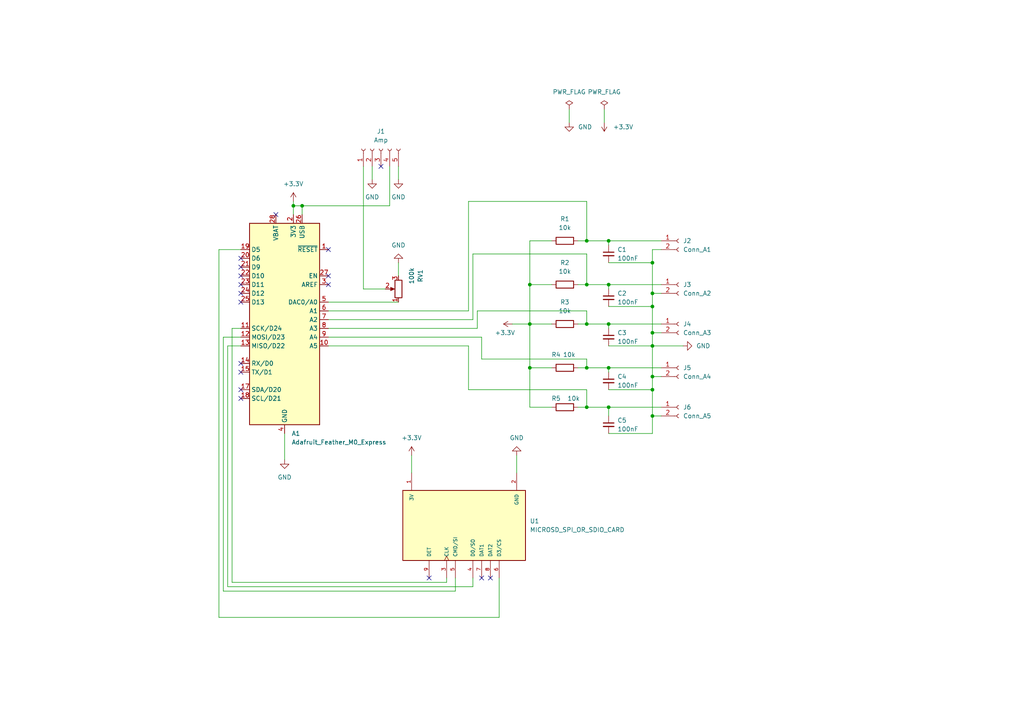
<source format=kicad_sch>
(kicad_sch (version 20211123) (generator eeschema)
  (paper "A4")
  (lib_symbols
    (symbol "Connector:Conn_01x02_Female" (pin_names (offset 1.016) hide)
      (property "Reference" "J" (at 0 2.54 0))
      (property "Value" "Conn_01x02_Female" (at 0 -5.08 0))
      (symbol "Conn_01x02_Female_1_1"
        (arc (start 0 -2.032) (mid -0.508 -2.54) (end 0 -3.048) (stroke (width 0.1524)))
        (polyline (pts (xy -1.27 -2.54) (xy -0.508 -2.54)) (stroke (width 0.1524)))
        (polyline (pts (xy -1.27 0) (xy -0.508 0)) (stroke (width 0.1524)))
        (arc (start 0 0.508) (mid -0.508 0) (end 0 -0.508) (stroke (width 0.1524)))
        (pin passive line (at -5.08 0 0) (length 3.81) (name "Pin_1") (number "1"))
        (pin passive line (at -5.08 -2.54 0) (length 3.81) (name "Pin_2") (number "2"))
      )
    )
    (symbol "Connector:Conn_01x05_Female" (pin_names (offset 1.016) hide)
      (property "Reference" "J" (at 0 7.62 0))
      (property "Value" "Conn_01x05_Female" (at 0 -7.62 0))
      (symbol "Conn_01x05_Female_1_1"
        (arc (start 0 -4.572) (mid -0.508 -5.08) (end 0 -5.588) (stroke (width 0.1524)))
        (arc (start 0 -2.032) (mid -0.508 -2.54) (end 0 -3.048) (stroke (width 0.1524)))
        (polyline (pts (xy -1.27 -5.08) (xy -0.508 -5.08)) (stroke (width 0.1524)))
        (polyline (pts (xy -1.27 -2.54) (xy -0.508 -2.54)) (stroke (width 0.1524)))
        (polyline (pts (xy -1.27 0) (xy -0.508 0)) (stroke (width 0.1524)))
        (polyline (pts (xy -1.27 2.54) (xy -0.508 2.54)) (stroke (width 0.1524)))
        (polyline (pts (xy -1.27 5.08) (xy -0.508 5.08)) (stroke (width 0.1524)))
        (arc (start 0 0.508) (mid -0.508 0) (end 0 -0.508) (stroke (width 0.1524)))
        (arc (start 0 3.048) (mid -0.508 2.54) (end 0 2.032) (stroke (width 0.1524)))
        (arc (start 0 5.588) (mid -0.508 5.08) (end 0 4.572) (stroke (width 0.1524)))
        (pin passive line (at -5.08 5.08 0) (length 3.81) (name "Pin_1") (number "1"))
        (pin passive line (at -5.08 2.54 0) (length 3.81) (name "Pin_2") (number "2"))
        (pin passive line (at -5.08 0 0) (length 3.81) (name "Pin_3") (number "3"))
        (pin passive line (at -5.08 -2.54 0) (length 3.81) (name "Pin_4") (number "4"))
        (pin passive line (at -5.08 -5.08 0) (length 3.81) (name "Pin_5") (number "5"))
      )
    )
    (symbol "Device:C_Small" (pin_numbers hide) (pin_names (offset 0.254) hide)
      (property "Reference" "C" (at 0.254 1.778 0))
      (property "Value" "C_Small" (at 0.254 -2.032 0))
      (symbol "C_Small_0_1"
        (polyline (pts (xy -1.524 -0.508) (xy 1.524 -0.508)) (stroke (width 0.3302)))
        (polyline (pts (xy -1.524 0.508) (xy 1.524 0.508)) (stroke (width 0.3048)))
      )
      (symbol "C_Small_1_1"
        (pin passive line (at 0 2.54 270) (length 2.032) (name "~") (number "1"))
        (pin passive line (at 0 -2.54 90) (length 2.032) (name "~") (number "2"))
      )
    )
    (symbol "Device:R" (pin_numbers hide) (pin_names (offset 0))
      (property "Reference" "R" (at 2.032 0 90))
      (property "Value" "R" (at 0 0 90))
      (symbol "R_0_1"
        (rectangle (start -1.016 -2.54) (end 1.016 2.54) (stroke (width 0.254)))
      )
      (symbol "R_1_1"
        (pin passive line (at 0 3.81 270) (length 1.27) (name "~") (number "1"))
        (pin passive line (at 0 -3.81 90) (length 1.27) (name "~") (number "2"))
      )
    )
    (symbol "Device:R_Potentiometer" (pin_names (offset 1.016) hide)
      (property "Reference" "RV" (at -4.445 0 90))
      (property "Value" "R_Potentiometer" (at -2.54 0 90))
      (symbol "R_Potentiometer_0_1"
        (polyline (pts (xy 2.54 0) (xy 1.524 0)))
        (polyline (pts (xy 1.143 0) (xy 2.286 0.508) (xy 2.286 -0.508) (xy 1.143 0)) (fill (type outline)))
        (rectangle (start 1.016 2.54) (end -1.016 -2.54) (stroke (width 0.254)))
      )
      (symbol "R_Potentiometer_1_1"
        (pin passive line (at 0 3.81 270) (length 1.27) (name "1") (number "1"))
        (pin passive line (at 3.81 0 180) (length 1.27) (name "2") (number "2"))
        (pin passive line (at 0 -3.81 90) (length 1.27) (name "3") (number "3"))
      )
    )
    (symbol "MCU_Module:Adafruit_Feather_M0_Express"
      (property "Reference" "A" (at -10.16 29.21 0))
      (property "Value" "Adafruit_Feather_M0_Express" (at 2.54 -31.75 0))
      (symbol "Adafruit_Feather_M0_Express_0_1"
        (rectangle (start -10.16 27.94) (end 10.16 -30.48) (stroke (width 0.254)) (fill (type background)))
      )
      (symbol "Adafruit_Feather_M0_Express_1_1"
        (pin input line (at 12.7 20.32 180) (length 2.54) (name "~{RESET}") (number "1"))
        (pin bidirectional line (at 12.7 -7.62 180) (length 2.54) (name "A5") (number "10"))
        (pin bidirectional line (at -12.7 -2.54 0) (length 2.54) (name "SCK/D24") (number "11"))
        (pin bidirectional line (at -12.7 -5.08 0) (length 2.54) (name "MOSI/D23") (number "12"))
        (pin bidirectional line (at -12.7 -7.62 0) (length 2.54) (name "MISO/D22") (number "13"))
        (pin bidirectional line (at -12.7 -12.7 0) (length 2.54) (name "RX/D0") (number "14"))
        (pin bidirectional line (at -12.7 -15.24 0) (length 2.54) (name "TX/D1") (number "15"))
        (pin passive line (at 0 -33.02 90) (length 2.54) hide (name "GND") (number "16"))
        (pin bidirectional line (at -12.7 -20.32 0) (length 2.54) (name "SDA/D20") (number "17"))
        (pin bidirectional line (at -12.7 -22.86 0) (length 2.54) (name "SCL/D21") (number "18"))
        (pin bidirectional line (at -12.7 20.32 0) (length 2.54) (name "D5") (number "19"))
        (pin power_in line (at 2.54 30.48 270) (length 2.54) (name "3V3") (number "2"))
        (pin bidirectional line (at -12.7 17.78 0) (length 2.54) (name "D6") (number "20"))
        (pin bidirectional line (at -12.7 15.24 0) (length 2.54) (name "D9") (number "21"))
        (pin bidirectional line (at -12.7 12.7 0) (length 2.54) (name "D10") (number "22"))
        (pin bidirectional line (at -12.7 10.16 0) (length 2.54) (name "D11") (number "23"))
        (pin bidirectional line (at -12.7 7.62 0) (length 2.54) (name "D12") (number "24"))
        (pin bidirectional line (at -12.7 5.08 0) (length 2.54) (name "D13") (number "25"))
        (pin power_in line (at 5.08 30.48 270) (length 2.54) (name "USB") (number "26"))
        (pin input line (at 12.7 12.7 180) (length 2.54) (name "EN") (number "27"))
        (pin power_in line (at -2.54 30.48 270) (length 2.54) (name "VBAT") (number "28"))
        (pin input line (at 12.7 10.16 180) (length 2.54) (name "AREF") (number "3"))
        (pin power_in line (at 0 -33.02 90) (length 2.54) (name "GND") (number "4"))
        (pin bidirectional line (at 12.7 5.08 180) (length 2.54) (name "DAC0/A0") (number "5"))
        (pin bidirectional line (at 12.7 2.54 180) (length 2.54) (name "A1") (number "6"))
        (pin bidirectional line (at 12.7 0 180) (length 2.54) (name "A2") (number "7"))
        (pin bidirectional line (at 12.7 -2.54 180) (length 2.54) (name "A3") (number "8"))
        (pin bidirectional line (at 12.7 -5.08 180) (length 2.54) (name "A4") (number "9"))
      )
    )
    (symbol "MICROSD_SPI_OR_SDIO_CARD:MICROSD_SPI_OR_SDIO_CARD" (pin_names (offset 1.016))
      (property "Reference" "U" (at -10.16 18.542 0))
      (property "Value" "MICROSD_SPI_OR_SDIO_CARD" (at -10.16 -20.32 0))
      (symbol "MICROSD_SPI_OR_SDIO_CARD_0_0"
        (rectangle (start -10.16 -17.78) (end 10.16 17.78) (stroke (width 0.254)) (fill (type background)))
        (pin power_in line (at 15.24 15.24 180) (length 5.08) (name "3V") (number "1"))
        (pin power_in line (at 15.24 -15.24 180) (length 5.08) (name "GND") (number "2"))
        (pin input clock (at -15.24 5.08 0) (length 5.08) (name "CLK") (number "3"))
        (pin bidirectional line (at -15.24 -2.54 0) (length 5.08) (name "D0/SO") (number "4"))
        (pin bidirectional line (at -15.24 2.54 0) (length 5.08) (name "CMD/SI") (number "5"))
        (pin bidirectional line (at -15.24 -10.16 0) (length 5.08) (name "D3/CS") (number "6"))
        (pin bidirectional line (at -15.24 -5.08 0) (length 5.08) (name "DAT1") (number "7"))
        (pin bidirectional line (at -15.24 -7.62 0) (length 5.08) (name "DAT2") (number "8"))
        (pin input line (at -15.24 10.16 0) (length 5.08) (name "DET") (number "9"))
      )
    )
    (symbol "power:+3.3V" (power) (pin_names (offset 0))
      (property "Value" "+3.3V" (at 0 3.556 0))
      (symbol "+3.3V_0_1"
        (polyline (pts (xy -0.762 1.27) (xy 0 2.54)))
        (polyline (pts (xy 0 0) (xy 0 2.54)))
        (polyline (pts (xy 0 2.54) (xy 0.762 1.27)))
      )
      (symbol "+3.3V_1_1"
        (pin power_in line (at 0 0 90) (length 0) hide (name "+3.3V") (number "1"))
      )
    )
    (symbol "power:GND" (power) (pin_names (offset 0))
      (property "Value" "GND" (at 0 -3.81 0))
      (symbol "GND_0_1"
        (polyline (pts (xy 0 0) (xy 0 -1.27) (xy 1.27 -1.27) (xy 0 -2.54) (xy -1.27 -1.27) (xy 0 -1.27)))
      )
      (symbol "GND_1_1"
        (pin power_in line (at 0 0 270) (length 0) hide (name "GND") (number "1"))
      )
    )
    (symbol "power:PWR_FLAG" (power) (pin_numbers hide) (pin_names (offset 0) hide)
      (property "Value" "PWR_FLAG" (at 0 3.81 0))
      (symbol "PWR_FLAG_0_0"
        (pin power_out line (at 0 0 90) (length 0) (name "pwr") (number "1"))
      )
      (symbol "PWR_FLAG_0_1"
        (polyline (pts (xy 0 0) (xy 0 1.27) (xy -1.016 1.905) (xy 0 2.54) (xy 1.016 1.905) (xy 0 1.27)))
      )
    )
  )
  (junction (at 153.67 106.68))
  (junction (at 176.53 106.68))
  (junction (at 176.53 118.11))
  (junction (at 189.23 85.09))
  (junction (at 189.23 76.2))
  (junction (at 189.23 113.03))
  (junction (at 189.23 109.22))
  (junction (at 176.53 93.98))
  (junction (at 176.53 69.85))
  (junction (at 170.18 118.11))
  (junction (at 170.18 82.55))
  (junction (at 189.23 120.65))
  (junction (at 85.09 59.69))
  (junction (at 170.18 106.68))
  (junction (at 170.18 69.85))
  (junction (at 153.67 93.98))
  (junction (at 189.23 88.9))
  (junction (at 189.23 96.52))
  (junction (at 170.18 93.98))
  (junction (at 153.67 82.55))
  (junction (at 189.23 100.33))
  (junction (at 87.63 59.69))
  (junction (at 176.53 82.55))
  (no_connect (at 139.7 167.64))
  (no_connect (at 69.85 82.55))
  (no_connect (at 110.49 48.26))
  (no_connect (at 69.85 105.41))
  (no_connect (at 95.25 72.39))
  (no_connect (at 69.85 77.47))
  (no_connect (at 142.24 167.64))
  (no_connect (at 69.85 107.95))
  (no_connect (at 95.25 82.55))
  (no_connect (at 69.85 85.09))
  (no_connect (at 124.46 167.64))
  (no_connect (at 80.01 62.23))
  (no_connect (at 69.85 115.57))
  (no_connect (at 69.85 80.01))
  (no_connect (at 69.85 74.93))
  (no_connect (at 69.85 113.03))
  (no_connect (at 95.25 80.01))
  (no_connect (at 69.85 87.63))
  (wire (pts (xy 63.5 72.39) (xy 63.5 179.07)))
  (wire (pts (xy 69.85 95.25) (xy 67.31 95.25)))
  (wire (pts (xy 189.23 88.9) (xy 189.23 96.52)))
  (wire (pts (xy 119.38 132.08) (xy 119.38 137.16)))
  (wire (pts (xy 115.57 76.2) (xy 115.57 80.01)))
  (wire (pts (xy 189.23 96.52) (xy 191.77 96.52)))
  (wire (pts (xy 176.53 118.11) (xy 191.77 118.11)))
  (wire (pts (xy 153.67 82.55) (xy 160.02 82.55)))
  (wire (pts (xy 176.53 93.98) (xy 191.77 93.98)))
  (wire (pts (xy 153.67 82.55) (xy 153.67 93.98)))
  (wire (pts (xy 153.67 118.11) (xy 153.67 106.68)))
  (wire (pts (xy 64.77 171.45) (xy 64.77 97.79)))
  (wire (pts (xy 167.64 69.85) (xy 170.18 69.85)))
  (wire (pts (xy 176.53 82.55) (xy 176.53 83.82)))
  (wire (pts (xy 170.18 93.98) (xy 176.53 93.98)))
  (wire (pts (xy 138.43 95.25) (xy 95.25 95.25)))
  (wire (pts (xy 176.53 125.73) (xy 189.23 125.73)))
  (wire (pts (xy 129.54 168.91) (xy 129.54 167.64)))
  (wire (pts (xy 176.53 69.85) (xy 191.77 69.85)))
  (wire (pts (xy 105.41 83.82) (xy 105.41 48.26)))
  (wire (pts (xy 132.08 167.64) (xy 132.08 171.45)))
  (wire (pts (xy 176.53 76.2) (xy 189.23 76.2)))
  (wire (pts (xy 69.85 72.39) (xy 63.5 72.39)))
  (wire (pts (xy 170.18 58.42) (xy 170.18 69.85)))
  (wire (pts (xy 153.67 93.98) (xy 160.02 93.98)))
  (wire (pts (xy 160.02 118.11) (xy 153.67 118.11)))
  (wire (pts (xy 170.18 69.85) (xy 176.53 69.85)))
  (wire (pts (xy 64.77 97.79) (xy 69.85 97.79)))
  (wire (pts (xy 176.53 93.98) (xy 176.53 95.25)))
  (wire (pts (xy 176.53 106.68) (xy 176.53 107.95)))
  (wire (pts (xy 170.18 82.55) (xy 176.53 82.55)))
  (wire (pts (xy 170.18 113.03) (xy 135.89 113.03)))
  (wire (pts (xy 167.64 93.98) (xy 170.18 93.98)))
  (wire (pts (xy 66.04 170.18) (xy 66.04 100.33)))
  (wire (pts (xy 138.43 90.17) (xy 138.43 95.25)))
  (wire (pts (xy 167.64 106.68) (xy 170.18 106.68)))
  (wire (pts (xy 170.18 118.11) (xy 170.18 113.03)))
  (wire (pts (xy 153.67 69.85) (xy 160.02 69.85)))
  (wire (pts (xy 189.23 85.09) (xy 189.23 88.9)))
  (wire (pts (xy 170.18 90.17) (xy 138.43 90.17)))
  (wire (pts (xy 170.18 104.14) (xy 139.7 104.14)))
  (wire (pts (xy 176.53 113.03) (xy 189.23 113.03)))
  (wire (pts (xy 170.18 118.11) (xy 176.53 118.11)))
  (wire (pts (xy 189.23 76.2) (xy 189.23 85.09)))
  (wire (pts (xy 189.23 100.33) (xy 198.12 100.33)))
  (wire (pts (xy 176.53 88.9) (xy 189.23 88.9)))
  (wire (pts (xy 132.08 171.45) (xy 64.77 171.45)))
  (wire (pts (xy 63.5 179.07) (xy 144.78 179.07)))
  (wire (pts (xy 135.89 90.17) (xy 135.89 58.42)))
  (wire (pts (xy 167.64 82.55) (xy 170.18 82.55)))
  (wire (pts (xy 189.23 109.22) (xy 191.77 109.22)))
  (wire (pts (xy 189.23 96.52) (xy 189.23 100.33)))
  (wire (pts (xy 95.25 87.63) (xy 115.57 87.63)))
  (wire (pts (xy 85.09 58.42) (xy 85.09 59.69)))
  (wire (pts (xy 189.23 109.22) (xy 189.23 113.03)))
  (wire (pts (xy 175.26 31.75) (xy 175.26 35.56)))
  (wire (pts (xy 170.18 73.66) (xy 137.16 73.66)))
  (wire (pts (xy 176.53 100.33) (xy 189.23 100.33)))
  (wire (pts (xy 115.57 48.26) (xy 115.57 52.07)))
  (wire (pts (xy 137.16 73.66) (xy 137.16 92.71)))
  (wire (pts (xy 67.31 168.91) (xy 129.54 168.91)))
  (wire (pts (xy 135.89 100.33) (xy 95.25 100.33)))
  (wire (pts (xy 165.1 31.75) (xy 165.1 35.56)))
  (wire (pts (xy 167.64 118.11) (xy 170.18 118.11)))
  (wire (pts (xy 189.23 85.09) (xy 191.77 85.09)))
  (wire (pts (xy 87.63 62.23) (xy 87.63 59.69)))
  (wire (pts (xy 189.23 120.65) (xy 191.77 120.65)))
  (wire (pts (xy 160.02 106.68) (xy 153.67 106.68)))
  (wire (pts (xy 189.23 72.39) (xy 189.23 76.2)))
  (wire (pts (xy 107.95 48.26) (xy 107.95 52.07)))
  (wire (pts (xy 66.04 100.33) (xy 69.85 100.33)))
  (wire (pts (xy 170.18 106.68) (xy 170.18 104.14)))
  (wire (pts (xy 170.18 106.68) (xy 176.53 106.68)))
  (wire (pts (xy 189.23 100.33) (xy 189.23 109.22)))
  (wire (pts (xy 144.78 167.64) (xy 144.78 179.07)))
  (wire (pts (xy 85.09 59.69) (xy 85.09 62.23)))
  (wire (pts (xy 189.23 113.03) (xy 189.23 120.65)))
  (wire (pts (xy 149.86 132.08) (xy 149.86 137.16)))
  (wire (pts (xy 137.16 170.18) (xy 66.04 170.18)))
  (wire (pts (xy 139.7 104.14) (xy 139.7 97.79)))
  (wire (pts (xy 170.18 93.98) (xy 170.18 90.17)))
  (wire (pts (xy 82.55 125.73) (xy 82.55 133.35)))
  (wire (pts (xy 176.53 69.85) (xy 176.53 71.12)))
  (wire (pts (xy 111.76 83.82) (xy 105.41 83.82)))
  (wire (pts (xy 176.53 106.68) (xy 191.77 106.68)))
  (wire (pts (xy 189.23 125.73) (xy 189.23 120.65)))
  (wire (pts (xy 137.16 92.71) (xy 95.25 92.71)))
  (wire (pts (xy 170.18 82.55) (xy 170.18 73.66)))
  (wire (pts (xy 176.53 82.55) (xy 191.77 82.55)))
  (wire (pts (xy 191.77 72.39) (xy 189.23 72.39)))
  (wire (pts (xy 137.16 167.64) (xy 137.16 170.18)))
  (wire (pts (xy 67.31 95.25) (xy 67.31 168.91)))
  (wire (pts (xy 87.63 59.69) (xy 113.03 59.69)))
  (wire (pts (xy 176.53 118.11) (xy 176.53 120.65)))
  (wire (pts (xy 85.09 59.69) (xy 87.63 59.69)))
  (wire (pts (xy 148.59 93.98) (xy 153.67 93.98)))
  (wire (pts (xy 139.7 97.79) (xy 95.25 97.79)))
  (wire (pts (xy 135.89 113.03) (xy 135.89 100.33)))
  (wire (pts (xy 95.25 90.17) (xy 135.89 90.17)))
  (wire (pts (xy 135.89 58.42) (xy 170.18 58.42)))
  (wire (pts (xy 153.67 69.85) (xy 153.67 82.55)))
  (wire (pts (xy 153.67 106.68) (xy 153.67 93.98)))
  (wire (pts (xy 113.03 48.26) (xy 113.03 59.69)))
  (symbol (lib_id "Connector:Conn_01x02_Female") (at 196.85 82.55 0) (unit 1)
    (property "Reference" "J3" (at 198.12 82.5499 0) (effects (justify left)))
    (property "Value" "Conn_A2" (at 198.12 85.0899 0) (effects (justify left)))
  )
  (symbol (lib_id "MCU_Module:Adafruit_Feather_M0_Express") (at 82.55 92.71 0) (unit 1)
    (property "Reference" "A1" (at 84.5694 125.73 0) (effects (justify left)))
    (property "Value" "Adafruit_Feather_M0_Express" (at 84.5694 128.27 0) (effects (justify left)))
    (property "Footprint" "Module:Adafruit_Feather" (effects hide))
    (property "Datasheet" "https://cdn-learn.adafruit.com/downloads/pdf/adafruit-feather-m0-express-designed-for-circuit-python-circuitpython.pdf" (effects hide))
  )
  (symbol (lib_id "power:GND") (at 107.95 52.07 0) (unit 1)
    (property "Reference" "#PWR03" (effects hide))
    (property "Value" "GND" (at 107.95 57.15 0))
  )
  (symbol (lib_id "Device:R_Potentiometer") (at 115.57 83.82 180) (unit 1)
    (property "Reference" "RV1" (at 121.92 80.01 90))
    (property "Value" "100k" (at 119.38 80.01 90))
  )
  (symbol (lib_id "power:GND") (at 149.86 132.08 180) (unit 1)
    (property "Reference" "#PWR09" (effects hide))
    (property "Value" "GND" (at 149.86 127 0))
  )
  (symbol (lib_id "Device:R") (at 163.83 82.55 90) (unit 1)
    (property "Reference" "R2" (at 163.83 76.2 90))
    (property "Value" "10k" (at 163.83 78.74 90))
  )
  (symbol (lib_id "Device:R") (at 163.83 118.11 90) (unit 1)
    (property "Reference" "R5" (at 161.29 115.57 90))
    (property "Value" "10k" (at 166.37 115.57 90))
  )
  (symbol (lib_id "Connector:Conn_01x02_Female") (at 196.85 106.68 0) (unit 1)
    (property "Reference" "J5" (at 198.12 106.6799 0) (effects (justify left)))
    (property "Value" "Conn_A4" (at 198.12 109.2199 0) (effects (justify left)))
  )
  (symbol (lib_id "power:+3.3V") (at 175.26 35.56 180) (unit 1)
    (property "Reference" "#PWR0102" (effects hide))
    (property "Value" "+3.3V" (at 177.8 36.8299 0) (effects (justify right)))
  )
  (symbol (lib_id "power:+3.3V") (at 119.38 132.08 0) (unit 1)
    (property "Reference" "#PWR06" (effects hide))
    (property "Value" "+3.3V" (at 119.38 127 0))
  )
  (symbol (lib_id "power:GND") (at 115.57 76.2 180) (unit 1)
    (property "Reference" "#PWR05" (effects hide))
    (property "Value" "GND" (at 115.57 71.12 0))
  )
  (symbol (lib_id "power:+3.3V") (at 85.09 58.42 0) (unit 1)
    (property "Reference" "#PWR02" (effects hide))
    (property "Value" "+3.3V" (at 85.09 53.34 0))
  )
  (symbol (lib_id "Connector:Conn_01x02_Female") (at 196.85 93.98 0) (unit 1)
    (property "Reference" "J4" (at 198.12 93.9799 0) (effects (justify left)))
    (property "Value" "Conn_A3" (at 198.12 96.5199 0) (effects (justify left)))
  )
  (symbol (lib_id "Device:C_Small") (at 176.53 86.36 0) (unit 1)
    (property "Reference" "C2" (at 179.07 85.0962 0) (effects (justify left)))
    (property "Value" "100nF" (at 179.07 87.6362 0) (effects (justify left)))
  )
  (symbol (lib_id "Device:R") (at 163.83 93.98 90) (unit 1)
    (property "Reference" "R3" (at 163.83 87.63 90))
    (property "Value" "10k" (at 163.83 90.17 90))
  )
  (symbol (lib_id "Device:C_Small") (at 176.53 97.79 0) (unit 1)
    (property "Reference" "C3" (at 179.07 96.5262 0) (effects (justify left)))
    (property "Value" "100nF" (at 179.07 99.0662 0) (effects (justify left)))
  )
  (symbol (lib_id "power:+3.3V") (at 148.59 93.98 90) (unit 1)
    (property "Reference" "#PWR08" (effects hide))
    (property "Value" "+3.3V" (at 143.51 96.52 90) (effects (justify right)))
  )
  (symbol (lib_id "Connector:Conn_01x02_Female") (at 196.85 69.85 0) (unit 1)
    (property "Reference" "J2" (at 198.12 69.8499 0) (effects (justify left)))
    (property "Value" "Conn_A1" (at 198.12 72.3899 0) (effects (justify left)))
  )
  (symbol (lib_id "power:PWR_FLAG") (at 175.26 31.75 0) (unit 1)
    (property "Reference" "#FLG0101" (effects hide))
    (property "Value" "PWR_FLAG" (at 175.26 26.67 0))
  )
  (symbol (lib_id "power:GND") (at 198.12 100.33 90) (unit 1)
    (property "Reference" "#PWR011" (effects hide))
    (property "Value" "GND" (at 201.93 100.3299 90) (effects (justify right)))
  )
  (symbol (lib_id "Device:C_Small") (at 176.53 73.66 0) (unit 1)
    (property "Reference" "C1" (at 179.07 72.3962 0) (effects (justify left)))
    (property "Value" "100nF" (at 179.07 74.9362 0) (effects (justify left)))
  )
  (symbol (lib_id "MICROSD_SPI_OR_SDIO_CARD:MICROSD_SPI_OR_SDIO_CARD") (at 134.62 152.4 90) (unit 1)
    (property "Reference" "U1" (at 153.67 151.1299 90) (effects (justify right)))
    (property "Value" "MICROSD_SPI_OR_SDIO_CARD" (at 153.67 153.6699 90) (effects (justify right)))
    (property "Footprint" "MODULE_MICROSD_SPI_OR_SDIO_CARD" (effects hide))
    (property "PARTREV" "B" (effects hide))
    (property "MANUFACTURER" "Adafruit Industries" (effects hide))
    (property "STANDARD" "Manufacturer Recommendations" (effects hide))
  )
  (symbol (lib_id "Device:C_Small") (at 176.53 110.49 0) (unit 1)
    (property "Reference" "C4" (at 179.07 109.2262 0) (effects (justify left)))
    (property "Value" "100nF" (at 179.07 111.7662 0) (effects (justify left)))
  )
  (symbol (lib_id "power:GND") (at 115.57 52.07 0) (unit 1)
    (property "Reference" "#PWR04" (effects hide))
    (property "Value" "GND" (at 115.57 57.15 0))
  )
  (symbol (lib_id "Connector:Conn_01x02_Female") (at 196.85 118.11 0) (unit 1)
    (property "Reference" "J6" (at 198.12 118.1099 0) (effects (justify left)))
    (property "Value" "Conn_A5" (at 198.12 120.6499 0) (effects (justify left)))
  )
  (symbol (lib_id "power:GND") (at 165.1 35.56 0) (unit 1)
    (property "Reference" "#PWR0101" (effects hide))
    (property "Value" "GND" (at 167.64 36.8299 0) (effects (justify left)))
  )
  (symbol (lib_id "Device:R") (at 163.83 69.85 90) (unit 1)
    (property "Reference" "R1" (at 163.83 63.5 90))
    (property "Value" "10k" (at 163.83 66.04 90))
  )
  (symbol (lib_id "power:PWR_FLAG") (at 165.1 31.75 0) (unit 1)
    (property "Reference" "#FLG0102" (effects hide))
    (property "Value" "PWR_FLAG" (at 165.1 26.67 0))
  )
  (symbol (lib_id "power:GND") (at 82.55 133.35 0) (unit 1)
    (property "Reference" "#PWR01" (effects hide))
    (property "Value" "GND" (at 82.55 138.43 0))
  )
  (symbol (lib_id "Device:R") (at 163.83 106.68 90) (unit 1)
    (property "Reference" "R4" (at 161.29 102.87 90))
    (property "Value" "10k" (at 165.1 102.87 90))
  )
  (symbol (lib_id "Connector:Conn_01x05_Female") (at 110.49 43.18 90) (unit 1)
    (property "Reference" "J1" (at 110.49 38.1 90))
    (property "Value" "Amp" (at 110.49 40.64 90))
  )
  (symbol (lib_id "Device:C_Small") (at 176.53 123.19 0) (unit 1)
    (property "Reference" "C5" (at 179.07 121.9262 0) (effects (justify left)))
    (property "Value" "100nF" (at 179.07 124.4662 0) (effects (justify left)))
  )
)
</source>
